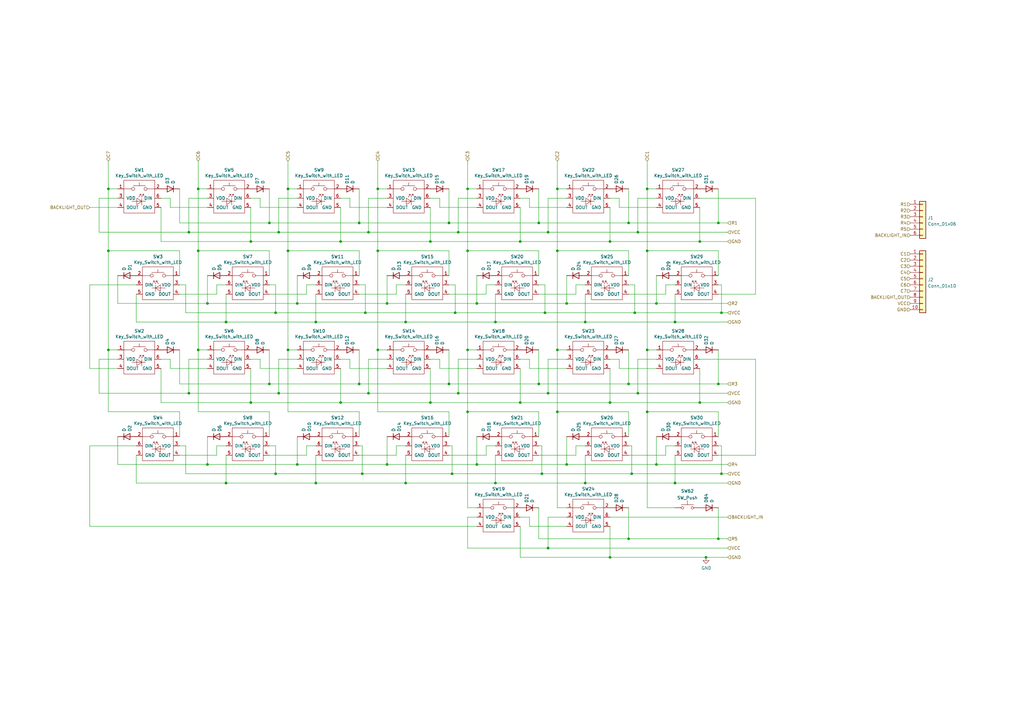
<source format=kicad_sch>
(kicad_sch (version 20211123) (generator eeschema)
  (paper "A3")
  (lib_symbols
    (symbol "Connector_Generic:Conn_01x06" (pin_names (offset 1.016) hide)
      (property "Reference" "J" (at 0 7.62 0))
      (property "Value" "Conn_01x06" (at 0 -10.16 0))
      (symbol "Conn_01x06_1_1"
        (rectangle (start -1.27 -7.493) (end 0 -7.747) (stroke (width 0.1524)))
        (rectangle (start -1.27 -4.953) (end 0 -5.207) (stroke (width 0.1524)))
        (rectangle (start -1.27 -2.413) (end 0 -2.667) (stroke (width 0.1524)))
        (rectangle (start -1.27 0.127) (end 0 -0.127) (stroke (width 0.1524)))
        (rectangle (start -1.27 2.667) (end 0 2.413) (stroke (width 0.1524)))
        (rectangle (start -1.27 5.207) (end 0 4.953) (stroke (width 0.1524)))
        (rectangle (start -1.27 6.35) (end 1.27 -8.89) (stroke (width 0.254)) (fill (type background)))
        (pin passive line (at -5.08 5.08 0) (length 3.81) (name "Pin_1") (number "1"))
        (pin passive line (at -5.08 2.54 0) (length 3.81) (name "Pin_2") (number "2"))
        (pin passive line (at -5.08 0 0) (length 3.81) (name "Pin_3") (number "3"))
        (pin passive line (at -5.08 -2.54 0) (length 3.81) (name "Pin_4") (number "4"))
        (pin passive line (at -5.08 -5.08 0) (length 3.81) (name "Pin_5") (number "5"))
        (pin passive line (at -5.08 -7.62 0) (length 3.81) (name "Pin_6") (number "6"))
      )
    )
    (symbol "Connector_Generic:Conn_01x10" (pin_names (offset 1.016) hide)
      (property "Reference" "J" (at 0 12.7 0))
      (property "Value" "Conn_01x10" (at 0 -15.24 0))
      (symbol "Conn_01x10_1_1"
        (rectangle (start -1.27 -12.573) (end 0 -12.827) (stroke (width 0.1524)))
        (rectangle (start -1.27 -10.033) (end 0 -10.287) (stroke (width 0.1524)))
        (rectangle (start -1.27 -7.493) (end 0 -7.747) (stroke (width 0.1524)))
        (rectangle (start -1.27 -4.953) (end 0 -5.207) (stroke (width 0.1524)))
        (rectangle (start -1.27 -2.413) (end 0 -2.667) (stroke (width 0.1524)))
        (rectangle (start -1.27 0.127) (end 0 -0.127) (stroke (width 0.1524)))
        (rectangle (start -1.27 2.667) (end 0 2.413) (stroke (width 0.1524)))
        (rectangle (start -1.27 5.207) (end 0 4.953) (stroke (width 0.1524)))
        (rectangle (start -1.27 7.747) (end 0 7.493) (stroke (width 0.1524)))
        (rectangle (start -1.27 10.287) (end 0 10.033) (stroke (width 0.1524)))
        (rectangle (start -1.27 11.43) (end 1.27 -13.97) (stroke (width 0.254)) (fill (type background)))
        (pin passive line (at -5.08 10.16 0) (length 3.81) (name "Pin_1") (number "1"))
        (pin passive line (at -5.08 -12.7 0) (length 3.81) (name "Pin_10") (number "10"))
        (pin passive line (at -5.08 7.62 0) (length 3.81) (name "Pin_2") (number "2"))
        (pin passive line (at -5.08 5.08 0) (length 3.81) (name "Pin_3") (number "3"))
        (pin passive line (at -5.08 2.54 0) (length 3.81) (name "Pin_4") (number "4"))
        (pin passive line (at -5.08 0 0) (length 3.81) (name "Pin_5") (number "5"))
        (pin passive line (at -5.08 -2.54 0) (length 3.81) (name "Pin_6") (number "6"))
        (pin passive line (at -5.08 -5.08 0) (length 3.81) (name "Pin_7") (number "7"))
        (pin passive line (at -5.08 -7.62 0) (length 3.81) (name "Pin_8") (number "8"))
        (pin passive line (at -5.08 -10.16 0) (length 3.81) (name "Pin_9") (number "9"))
      )
    )
    (symbol "Device:D" (pin_numbers hide) (pin_names (offset 1.016) hide)
      (property "Reference" "D" (at 0 2.54 0))
      (property "Value" "D" (at 0 -2.54 0))
      (symbol "D_0_1"
        (polyline (pts (xy -1.27 1.27) (xy -1.27 -1.27)) (stroke (width 0.254)))
        (polyline (pts (xy 1.27 0) (xy -1.27 0)))
        (polyline (pts (xy 1.27 1.27) (xy 1.27 -1.27) (xy -1.27 0) (xy 1.27 1.27)) (stroke (width 0.254)))
      )
      (symbol "D_1_1"
        (pin passive line (at -3.81 0 0) (length 2.54) (name "K") (number "1"))
        (pin passive line (at 3.81 0 180) (length 2.54) (name "A") (number "2"))
      )
    )
    (symbol "Switch:SW_Push" (pin_numbers hide) (pin_names (offset 1.016) hide)
      (property "Reference" "SW" (at 1.27 2.54 0))
      (property "Value" "SW_Push" (at 0 -1.524 0))
      (symbol "SW_Push_0_1"
        (circle (center -2.032 0) (radius 0.508))
        (polyline (pts (xy 0 1.27) (xy 0 3.048)))
        (polyline (pts (xy 2.54 1.27) (xy -2.54 1.27)))
        (circle (center 2.032 0) (radius 0.508))
        (pin passive line (at -5.08 0 0) (length 2.54) (name "1") (number "1"))
        (pin passive line (at 5.08 0 180) (length 2.54) (name "2") (number "2"))
      )
    )
    (symbol "keyboard:Key_Switch_with_LED" (pin_names (offset 1.016))
      (property "Reference" "SW" (at 0 -11.557 0))
      (property "Value" "Key_Switch_with_LED" (at 0 5.08 0))
      (symbol "Key_Switch_with_LED_0_1"
        (rectangle (start -6.35 3.556) (end 6.35 -9.906))
        (circle (center -2.54 0) (radius 0.635))
        (polyline (pts (xy -6.35 0) (xy -3.175 0)))
        (polyline (pts (xy -2.54 1.27) (xy 2.54 1.27)))
        (polyline (pts (xy -0.254 -3.429) (xy 0.635 -2.159)))
        (polyline (pts (xy 0 -2.286) (xy 0.635 -2.159)))
        (polyline (pts (xy 0 2.54) (xy 0 1.27)))
        (polyline (pts (xy 0.635 -2.159) (xy 0.762 -2.794)))
        (polyline (pts (xy 1.016 -3.937) (xy 1.016 -6.604)))
        (polyline (pts (xy 2.54 -5.08) (xy -3.048 -5.08)))
        (polyline (pts (xy 6.35 0) (xy 3.175 0)))
        (polyline (pts (xy -1.016 -3.81) (xy -1.016 -6.477) (xy 1.016 -5.08) (xy -1.016 -3.81)))
        (circle (center 2.54 0) (radius 0.635))
      )
      (symbol "Key_Switch_with_LED_1_1"
        (polyline (pts (xy 0.889 -3.429) (xy 1.778 -2.159)))
        (polyline (pts (xy 1.143 -2.286) (xy 1.778 -2.159)))
        (polyline (pts (xy 1.778 -2.159) (xy 1.905 -2.794)))
        (pin bidirectional line (at -8.89 0 0) (length 2.54) (name "~") (number "1"))
        (pin bidirectional line (at 8.89 0 180) (length 2.54) (name "~") (number "2"))
        (pin power_in line (at -8.89 -3.81 0) (length 2.54) (name "VDD") (number "3"))
        (pin output line (at -8.89 -7.62 0) (length 2.54) (name "DOUT") (number "4"))
        (pin power_in line (at 8.89 -7.62 180) (length 2.54) (name "GND") (number "5"))
        (pin input line (at 8.89 -3.81 180) (length 2.54) (name "DIN") (number "6"))
      )
    )
    (symbol "power:GND" (power) (pin_names (offset 0))
      (property "Value" "GND" (at 0 -3.81 0))
      (symbol "GND_0_1"
        (polyline (pts (xy 0 0) (xy 0 -1.27) (xy 1.27 -1.27) (xy 0 -2.54) (xy -1.27 -1.27) (xy 0 -1.27)))
      )
      (symbol "GND_1_1"
        (pin power_in line (at 0 0 270) (length 0) hide (name "GND") (number "1"))
      )
    )
  )
  (junction (at 154.94 77.47))
  (junction (at 113.03 194.31))
  (junction (at 44.45 143.51))
  (junction (at 224.79 224.79))
  (junction (at 228.6 102.87))
  (junction (at 294.64 91.44))
  (junction (at 222.25 194.31))
  (junction (at 118.11 102.87))
  (junction (at 265.43 77.47))
  (junction (at 147.32 91.44))
  (junction (at 240.03 198.12))
  (junction (at 129.54 132.08))
  (junction (at 85.09 190.5))
  (junction (at 85.09 124.46))
  (junction (at 269.24 124.46))
  (junction (at 129.54 198.12))
  (junction (at 213.36 99.06))
  (junction (at 257.81 91.44))
  (junction (at 151.13 95.25))
  (junction (at 228.6 168.91))
  (junction (at 265.43 102.87))
  (junction (at 289.56 228.6))
  (junction (at 250.19 165.1))
  (junction (at 250.19 228.6))
  (junction (at 185.42 194.31))
  (junction (at 191.77 77.47))
  (junction (at 295.91 194.31))
  (junction (at 147.32 157.48))
  (junction (at 118.11 77.47))
  (junction (at 228.6 143.51))
  (junction (at 77.47 95.25))
  (junction (at 151.13 161.29))
  (junction (at 139.7 99.06))
  (junction (at 265.43 143.51))
  (junction (at 110.49 91.44))
  (junction (at 220.98 157.48))
  (junction (at 114.3 161.29))
  (junction (at 265.43 168.91))
  (junction (at 294.64 220.98))
  (junction (at 220.98 91.44))
  (junction (at 166.37 132.08))
  (junction (at 102.87 99.06))
  (junction (at 44.45 102.87))
  (junction (at 203.2 132.08))
  (junction (at 191.77 168.91))
  (junction (at 191.77 102.87))
  (junction (at 102.87 165.1))
  (junction (at 121.92 124.46))
  (junction (at 257.81 157.48))
  (junction (at 110.49 157.48))
  (junction (at 184.15 157.48))
  (junction (at 158.75 124.46))
  (junction (at 276.86 198.12))
  (junction (at 261.62 95.25))
  (junction (at 187.96 161.29))
  (junction (at 269.24 190.5))
  (junction (at 44.45 77.47))
  (junction (at 195.58 190.5))
  (junction (at 259.08 194.31))
  (junction (at 228.6 77.47))
  (junction (at 224.79 95.25))
  (junction (at 232.41 124.46))
  (junction (at 294.64 157.48))
  (junction (at 257.81 220.98))
  (junction (at 113.03 128.27))
  (junction (at 148.59 194.31))
  (junction (at 176.53 165.1))
  (junction (at 77.47 161.29))
  (junction (at 81.28 102.87))
  (junction (at 118.11 143.51))
  (junction (at 195.58 124.46))
  (junction (at 276.86 132.08))
  (junction (at 287.02 165.1))
  (junction (at 186.69 128.27))
  (junction (at 232.41 190.5))
  (junction (at 154.94 102.87))
  (junction (at 213.36 165.1))
  (junction (at 121.92 190.5))
  (junction (at 203.2 198.12))
  (junction (at 176.53 99.06))
  (junction (at 224.79 161.29))
  (junction (at 166.37 198.12))
  (junction (at 158.75 190.5))
  (junction (at 81.28 143.51))
  (junction (at 154.94 143.51))
  (junction (at 260.35 128.27))
  (junction (at 139.7 165.1))
  (junction (at 114.3 95.25))
  (junction (at 295.91 128.27))
  (junction (at 240.03 132.08))
  (junction (at 223.52 128.27))
  (junction (at 92.71 198.12))
  (junction (at 250.19 99.06))
  (junction (at 149.86 128.27))
  (junction (at 191.77 143.51))
  (junction (at 261.62 161.29))
  (junction (at 184.15 91.44))
  (junction (at 287.02 99.06))
  (junction (at 81.28 77.47))
  (junction (at 92.71 132.08))
  (junction (at 187.96 95.25))
  (wire (pts (xy 139.7 165.1) (xy 176.53 165.1)))
  (wire (pts (xy 250.19 81.28) (xy 254 81.28)))
  (wire (pts (xy 102.87 151.13) (xy 102.87 165.1)))
  (wire (pts (xy 257.81 157.48) (xy 294.64 157.48)))
  (wire (pts (xy 228.6 102.87) (xy 257.81 102.87)))
  (wire (pts (xy 223.52 116.84) (xy 223.52 128.27)))
  (wire (pts (xy 36.83 116.84) (xy 36.83 151.13)))
  (wire (pts (xy 44.45 77.47) (xy 44.45 102.87)))
  (wire (pts (xy 269.24 113.03) (xy 269.24 124.46)))
  (wire (pts (xy 166.37 120.65) (xy 166.37 132.08)))
  (wire (pts (xy 232.41 77.47) (xy 228.6 77.47)))
  (wire (pts (xy 191.77 77.47) (xy 191.77 102.87)))
  (wire (pts (xy 236.22 186.69) (xy 236.22 182.88)))
  (wire (pts (xy 147.32 116.84) (xy 149.86 116.84)))
  (wire (pts (xy 81.28 102.87) (xy 81.28 143.51)))
  (wire (pts (xy 154.94 168.91) (xy 184.15 168.91)))
  (wire (pts (xy 309.88 120.65) (xy 309.88 81.28)))
  (wire (pts (xy 40.64 161.29) (xy 77.47 161.29)))
  (wire (pts (xy 154.94 102.87) (xy 184.15 102.87)))
  (wire (pts (xy 213.36 99.06) (xy 250.19 99.06)))
  (wire (pts (xy 220.98 143.51) (xy 220.98 157.48)))
  (wire (pts (xy 73.66 91.44) (xy 110.49 91.44)))
  (wire (pts (xy 187.96 81.28) (xy 187.96 95.25)))
  (wire (pts (xy 110.49 116.84) (xy 113.03 116.84)))
  (wire (pts (xy 203.2 186.69) (xy 203.2 198.12)))
  (wire (pts (xy 228.6 77.47) (xy 228.6 102.87)))
  (wire (pts (xy 139.7 85.09) (xy 139.7 99.06)))
  (wire (pts (xy 121.92 124.46) (xy 158.75 124.46)))
  (wire (pts (xy 158.75 124.46) (xy 195.58 124.46)))
  (wire (pts (xy 76.2 182.88) (xy 76.2 194.31)))
  (wire (pts (xy 129.54 198.12) (xy 166.37 198.12)))
  (wire (pts (xy 294.64 157.48) (xy 298.45 157.48)))
  (wire (pts (xy 151.13 161.29) (xy 187.96 161.29)))
  (wire (pts (xy 158.75 147.32) (xy 151.13 147.32)))
  (wire (pts (xy 257.81 91.44) (xy 294.64 91.44)))
  (wire (pts (xy 265.43 77.47) (xy 269.24 77.47)))
  (wire (pts (xy 220.98 179.07) (xy 220.98 168.91)))
  (wire (pts (xy 147.32 91.44) (xy 184.15 91.44)))
  (wire (pts (xy 309.88 147.32) (xy 309.88 186.69)))
  (wire (pts (xy 92.71 198.12) (xy 129.54 198.12)))
  (wire (pts (xy 257.81 102.87) (xy 257.81 113.03)))
  (wire (pts (xy 166.37 186.69) (xy 166.37 198.12)))
  (wire (pts (xy 36.83 215.9) (xy 195.58 215.9)))
  (wire (pts (xy 220.98 186.69) (xy 236.22 186.69)))
  (wire (pts (xy 44.45 66.04) (xy 44.45 77.47)))
  (wire (pts (xy 260.35 116.84) (xy 260.35 128.27)))
  (wire (pts (xy 257.81 186.69) (xy 273.05 186.69)))
  (wire (pts (xy 73.66 143.51) (xy 73.66 157.48)))
  (wire (pts (xy 73.66 116.84) (xy 76.2 116.84)))
  (wire (pts (xy 191.77 168.91) (xy 191.77 208.28)))
  (wire (pts (xy 184.15 116.84) (xy 186.69 116.84)))
  (wire (pts (xy 191.77 102.87) (xy 220.98 102.87)))
  (wire (pts (xy 240.03 132.08) (xy 276.86 132.08)))
  (wire (pts (xy 48.26 151.13) (xy 36.83 151.13)))
  (wire (pts (xy 48.26 179.07) (xy 48.26 190.5)))
  (wire (pts (xy 276.86 132.08) (xy 298.45 132.08)))
  (wire (pts (xy 77.47 95.25) (xy 114.3 95.25)))
  (wire (pts (xy 48.26 143.51) (xy 44.45 143.51)))
  (wire (pts (xy 158.75 77.47) (xy 154.94 77.47)))
  (wire (pts (xy 203.2 198.12) (xy 240.03 198.12)))
  (wire (pts (xy 213.36 215.9) (xy 213.36 228.6)))
  (wire (pts (xy 143.51 151.13) (xy 158.75 151.13)))
  (wire (pts (xy 269.24 190.5) (xy 298.45 190.5)))
  (wire (pts (xy 254 147.32) (xy 254 151.13)))
  (wire (pts (xy 224.79 224.79) (xy 298.45 224.79)))
  (wire (pts (xy 222.25 194.31) (xy 259.08 194.31)))
  (wire (pts (xy 40.64 81.28) (xy 40.64 95.25)))
  (wire (pts (xy 240.03 120.65) (xy 240.03 132.08)))
  (wire (pts (xy 191.77 212.09) (xy 191.77 224.79)))
  (wire (pts (xy 143.51 81.28) (xy 143.51 85.09)))
  (wire (pts (xy 158.75 143.51) (xy 154.94 143.51)))
  (wire (pts (xy 191.77 143.51) (xy 191.77 168.91)))
  (wire (pts (xy 118.11 143.51) (xy 118.11 168.91)))
  (wire (pts (xy 195.58 190.5) (xy 232.41 190.5)))
  (wire (pts (xy 222.25 182.88) (xy 222.25 194.31)))
  (wire (pts (xy 106.68 81.28) (xy 106.68 85.09)))
  (wire (pts (xy 148.59 182.88) (xy 148.59 194.31)))
  (wire (pts (xy 232.41 81.28) (xy 224.79 81.28)))
  (wire (pts (xy 125.73 116.84) (xy 129.54 116.84)))
  (wire (pts (xy 213.36 228.6) (xy 250.19 228.6)))
  (wire (pts (xy 113.03 116.84) (xy 113.03 128.27)))
  (wire (pts (xy 213.36 81.28) (xy 217.17 81.28)))
  (wire (pts (xy 106.68 151.13) (xy 121.92 151.13)))
  (wire (pts (xy 40.64 95.25) (xy 77.47 95.25)))
  (wire (pts (xy 148.59 194.31) (xy 185.42 194.31)))
  (wire (pts (xy 154.94 77.47) (xy 154.94 66.04)))
  (wire (pts (xy 294.64 102.87) (xy 294.64 113.03)))
  (wire (pts (xy 85.09 77.47) (xy 81.28 77.47)))
  (wire (pts (xy 254 151.13) (xy 269.24 151.13)))
  (wire (pts (xy 265.43 143.51) (xy 265.43 168.91)))
  (wire (pts (xy 114.3 95.25) (xy 151.13 95.25)))
  (wire (pts (xy 257.81 208.28) (xy 257.81 220.98)))
  (wire (pts (xy 48.26 113.03) (xy 48.26 124.46)))
  (wire (pts (xy 217.17 212.09) (xy 217.17 215.9)))
  (wire (pts (xy 121.92 179.07) (xy 121.92 190.5)))
  (wire (pts (xy 102.87 85.09) (xy 102.87 99.06)))
  (wire (pts (xy 224.79 212.09) (xy 224.79 224.79)))
  (wire (pts (xy 294.64 77.47) (xy 294.64 91.44)))
  (wire (pts (xy 48.26 85.09) (xy 36.83 85.09)))
  (wire (pts (xy 261.62 81.28) (xy 261.62 95.25)))
  (wire (pts (xy 102.87 165.1) (xy 139.7 165.1)))
  (wire (pts (xy 110.49 91.44) (xy 147.32 91.44)))
  (wire (pts (xy 213.36 165.1) (xy 250.19 165.1)))
  (wire (pts (xy 265.43 102.87) (xy 265.43 143.51)))
  (wire (pts (xy 232.41 179.07) (xy 232.41 190.5)))
  (wire (pts (xy 180.34 147.32) (xy 180.34 151.13)))
  (wire (pts (xy 295.91 116.84) (xy 295.91 128.27)))
  (wire (pts (xy 114.3 81.28) (xy 121.92 81.28)))
  (wire (pts (xy 113.03 128.27) (xy 149.86 128.27)))
  (wire (pts (xy 180.34 151.13) (xy 195.58 151.13)))
  (wire (pts (xy 36.83 116.84) (xy 55.88 116.84)))
  (wire (pts (xy 240.03 186.69) (xy 240.03 198.12)))
  (wire (pts (xy 228.6 143.51) (xy 228.6 168.91)))
  (wire (pts (xy 158.75 190.5) (xy 195.58 190.5)))
  (wire (pts (xy 191.77 77.47) (xy 195.58 77.47)))
  (wire (pts (xy 147.32 102.87) (xy 147.32 113.03)))
  (wire (pts (xy 55.88 120.65) (xy 55.88 132.08)))
  (wire (pts (xy 162.56 116.84) (xy 166.37 116.84)))
  (wire (pts (xy 40.64 81.28) (xy 48.26 81.28)))
  (wire (pts (xy 158.75 179.07) (xy 158.75 190.5)))
  (wire (pts (xy 265.43 168.91) (xy 265.43 208.28)))
  (wire (pts (xy 92.71 120.65) (xy 92.71 132.08)))
  (wire (pts (xy 106.68 85.09) (xy 121.92 85.09)))
  (wire (pts (xy 139.7 151.13) (xy 139.7 165.1)))
  (wire (pts (xy 180.34 85.09) (xy 195.58 85.09)))
  (wire (pts (xy 158.75 113.03) (xy 158.75 124.46)))
  (wire (pts (xy 139.7 81.28) (xy 143.51 81.28)))
  (wire (pts (xy 217.17 85.09) (xy 232.41 85.09)))
  (wire (pts (xy 162.56 182.88) (xy 166.37 182.88)))
  (wire (pts (xy 66.04 81.28) (xy 69.85 81.28)))
  (wire (pts (xy 185.42 194.31) (xy 222.25 194.31)))
  (wire (pts (xy 276.86 120.65) (xy 276.86 132.08)))
  (wire (pts (xy 203.2 132.08) (xy 240.03 132.08)))
  (wire (pts (xy 110.49 186.69) (xy 125.73 186.69)))
  (wire (pts (xy 273.05 182.88) (xy 276.86 182.88)))
  (wire (pts (xy 232.41 212.09) (xy 224.79 212.09)))
  (wire (pts (xy 69.85 85.09) (xy 85.09 85.09)))
  (wire (pts (xy 151.13 147.32) (xy 151.13 161.29)))
  (wire (pts (xy 224.79 95.25) (xy 261.62 95.25)))
  (wire (pts (xy 250.19 228.6) (xy 289.56 228.6)))
  (wire (pts (xy 36.83 182.88) (xy 36.83 215.9)))
  (wire (pts (xy 217.17 215.9) (xy 232.41 215.9)))
  (wire (pts (xy 217.17 151.13) (xy 232.41 151.13)))
  (wire (pts (xy 118.11 77.47) (xy 118.11 102.87)))
  (wire (pts (xy 176.53 147.32) (xy 180.34 147.32)))
  (wire (pts (xy 232.41 124.46) (xy 269.24 124.46)))
  (wire (pts (xy 195.58 212.09) (xy 191.77 212.09)))
  (wire (pts (xy 228.6 102.87) (xy 228.6 143.51)))
  (wire (pts (xy 114.3 161.29) (xy 151.13 161.29)))
  (wire (pts (xy 77.47 147.32) (xy 77.47 161.29)))
  (wire (pts (xy 265.43 208.28) (xy 276.86 208.28)))
  (wire (pts (xy 287.02 99.06) (xy 298.45 99.06)))
  (wire (pts (xy 287.02 151.13) (xy 287.02 165.1)))
  (wire (pts (xy 259.08 182.88) (xy 259.08 194.31)))
  (wire (pts (xy 232.41 147.32) (xy 224.79 147.32)))
  (wire (pts (xy 81.28 168.91) (xy 110.49 168.91)))
  (wire (pts (xy 114.3 81.28) (xy 114.3 95.25)))
  (wire (pts (xy 257.81 168.91) (xy 257.81 179.07)))
  (wire (pts (xy 294.64 208.28) (xy 294.64 220.98)))
  (wire (pts (xy 294.64 168.91) (xy 294.64 179.07)))
  (wire (pts (xy 287.02 147.32) (xy 309.88 147.32)))
  (wire (pts (xy 257.81 220.98) (xy 294.64 220.98)))
  (wire (pts (xy 69.85 151.13) (xy 85.09 151.13)))
  (wire (pts (xy 261.62 147.32) (xy 261.62 161.29)))
  (wire (pts (xy 257.81 182.88) (xy 259.08 182.88)))
  (wire (pts (xy 250.19 147.32) (xy 254 147.32)))
  (wire (pts (xy 287.02 85.09) (xy 287.02 99.06)))
  (wire (pts (xy 232.41 143.51) (xy 228.6 143.51)))
  (wire (pts (xy 55.88 132.08) (xy 92.71 132.08)))
  (wire (pts (xy 257.81 143.51) (xy 257.81 157.48)))
  (wire (pts (xy 92.71 132.08) (xy 129.54 132.08)))
  (wire (pts (xy 250.19 165.1) (xy 287.02 165.1)))
  (wire (pts (xy 88.9 182.88) (xy 92.71 182.88)))
  (wire (pts (xy 294.64 91.44) (xy 298.45 91.44)))
  (wire (pts (xy 295.91 182.88) (xy 295.91 194.31)))
  (wire (pts (xy 184.15 91.44) (xy 220.98 91.44)))
  (wire (pts (xy 143.51 147.32) (xy 143.51 151.13)))
  (wire (pts (xy 184.15 168.91) (xy 184.15 179.07)))
  (wire (pts (xy 110.49 102.87) (xy 110.49 113.03)))
  (wire (pts (xy 143.51 85.09) (xy 158.75 85.09)))
  (wire (pts (xy 129.54 186.69) (xy 129.54 198.12)))
  (wire (pts (xy 187.96 161.29) (xy 224.79 161.29)))
  (wire (pts (xy 203.2 120.65) (xy 203.2 132.08)))
  (wire (pts (xy 121.92 113.03) (xy 121.92 124.46)))
  (wire (pts (xy 88.9 120.65) (xy 88.9 116.84)))
  (wire (pts (xy 269.24 147.32) (xy 261.62 147.32)))
  (wire (pts (xy 220.98 220.98) (xy 257.81 220.98)))
  (wire (pts (xy 69.85 147.32) (xy 69.85 151.13)))
  (wire (pts (xy 228.6 168.91) (xy 228.6 208.28)))
  (wire (pts (xy 261.62 161.29) (xy 298.45 161.29)))
  (wire (pts (xy 176.53 151.13) (xy 176.53 165.1)))
  (wire (pts (xy 129.54 132.08) (xy 166.37 132.08)))
  (wire (pts (xy 73.66 168.91) (xy 44.45 168.91)))
  (wire (pts (xy 85.09 113.03) (xy 85.09 124.46)))
  (wire (pts (xy 102.87 147.32) (xy 106.68 147.32)))
  (wire (pts (xy 176.53 81.28) (xy 180.34 81.28)))
  (wire (pts (xy 220.98 102.87) (xy 220.98 113.03)))
  (wire (pts (xy 220.98 116.84) (xy 223.52 116.84)))
  (wire (pts (xy 113.03 182.88) (xy 113.03 194.31)))
  (wire (pts (xy 187.96 147.32) (xy 187.96 161.29)))
  (wire (pts (xy 88.9 186.69) (xy 88.9 182.88)))
  (wire (pts (xy 191.77 208.28) (xy 195.58 208.28)))
  (wire (pts (xy 294.64 120.65) (xy 309.88 120.65)))
  (wire (pts (xy 48.26 190.5) (xy 85.09 190.5)))
  (wire (pts (xy 223.52 128.27) (xy 260.35 128.27)))
  (wire (pts (xy 77.47 161.29) (xy 114.3 161.29)))
  (wire (pts (xy 113.03 194.31) (xy 148.59 194.31)))
  (wire (pts (xy 85.09 124.46) (xy 121.92 124.46)))
  (wire (pts (xy 184.15 157.48) (xy 220.98 157.48)))
  (wire (pts (xy 147.32 120.65) (xy 162.56 120.65)))
  (wire (pts (xy 77.47 81.28) (xy 77.47 95.25)))
  (wire (pts (xy 81.28 77.47) (xy 81.28 102.87)))
  (wire (pts (xy 199.39 182.88) (xy 203.2 182.88)))
  (wire (pts (xy 73.66 186.69) (xy 88.9 186.69)))
  (wire (pts (xy 260.35 128.27) (xy 295.91 128.27)))
  (wire (pts (xy 287.02 81.28) (xy 309.88 81.28)))
  (wire (pts (xy 81.28 102.87) (xy 110.49 102.87)))
  (wire (pts (xy 118.11 168.91) (xy 147.32 168.91)))
  (wire (pts (xy 261.62 95.25) (xy 298.45 95.25)))
  (wire (pts (xy 228.6 208.28) (xy 232.41 208.28)))
  (wire (pts (xy 176.53 165.1) (xy 213.36 165.1)))
  (wire (pts (xy 217.17 147.32) (xy 217.17 151.13)))
  (wire (pts (xy 220.98 182.88) (xy 222.25 182.88)))
  (wire (pts (xy 110.49 120.65) (xy 125.73 120.65)))
  (wire (pts (xy 250.19 99.06) (xy 287.02 99.06)))
  (wire (pts (xy 257.81 116.84) (xy 260.35 116.84)))
  (wire (pts (xy 273.05 120.65) (xy 273.05 116.84)))
  (wire (pts (xy 55.88 182.88) (xy 36.83 182.88)))
  (wire (pts (xy 254 85.09) (xy 269.24 85.09)))
  (wire (pts (xy 48.26 147.32) (xy 40.64 147.32)))
  (wire (pts (xy 186.69 116.84) (xy 186.69 128.27)))
  (wire (pts (xy 76.2 128.27) (xy 113.03 128.27)))
  (wire (pts (xy 151.13 81.28) (xy 151.13 95.25)))
  (wire (pts (xy 294.64 186.69) (xy 309.88 186.69)))
  (wire (pts (xy 265.43 66.04) (xy 265.43 77.47)))
  (wire (pts (xy 240.03 198.12) (xy 276.86 198.12)))
  (wire (pts (xy 73.66 168.91) (xy 73.66 179.07)))
  (wire (pts (xy 81.28 77.47) (xy 81.28 66.04)))
  (wire (pts (xy 44.45 143.51) (xy 44.45 168.91)))
  (wire (pts (xy 76.2 116.84) (xy 76.2 128.27)))
  (wire (pts (xy 66.04 85.09) (xy 66.04 99.06)))
  (wire (pts (xy 66.04 147.32) (xy 69.85 147.32)))
  (wire (pts (xy 110.49 168.91) (xy 110.49 179.07)))
  (wire (pts (xy 187.96 81.28) (xy 195.58 81.28)))
  (wire (pts (xy 228.6 77.47) (xy 228.6 66.04)))
  (wire (pts (xy 276.86 186.69) (xy 276.86 198.12)))
  (wire (pts (xy 195.58 113.03) (xy 195.58 124.46)))
  (wire (pts (xy 199.39 120.65) (xy 199.39 116.84)))
  (wire (pts (xy 295.91 194.31) (xy 298.45 194.31)))
  (wire (pts (xy 186.69 128.27) (xy 223.52 128.27)))
  (wire (pts (xy 73.66 120.65) (xy 88.9 120.65)))
  (wire (pts (xy 147.32 182.88) (xy 148.59 182.88)))
  (wire (pts (xy 125.73 182.88) (xy 129.54 182.88)))
  (wire (pts (xy 236.22 120.65) (xy 236.22 116.84)))
  (wire (pts (xy 184.15 102.87) (xy 184.15 113.03)))
  (wire (pts (xy 102.87 99.06) (xy 139.7 99.06)))
  (wire (pts (xy 232.41 190.5) (xy 269.24 190.5)))
  (wire (pts (xy 81.28 143.51) (xy 81.28 168.91)))
  (wire (pts (xy 44.45 102.87) (xy 73.66 102.87)))
  (wire (pts (xy 236.22 116.84) (xy 240.03 116.84)))
  (wire (pts (xy 224.79 161.29) (xy 261.62 161.29)))
  (wire (pts (xy 121.92 143.51) (xy 118.11 143.51)))
  (wire (pts (xy 139.7 147.32) (xy 143.51 147.32)))
  (wire (pts (xy 151.13 95.25) (xy 187.96 95.25)))
  (wire (pts (xy 195.58 179.07) (xy 195.58 190.5)))
  (wire (pts (xy 295.91 128.27) (xy 298.45 128.27)))
  (wire (pts (xy 220.98 91.44) (xy 257.81 91.44)))
  (wire (pts (xy 213.36 147.32) (xy 217.17 147.32)))
  (wire (pts (xy 69.85 81.28) (xy 69.85 85.09)))
  (wire (pts (xy 166.37 132.08) (xy 203.2 132.08)))
  (wire (pts (xy 294.64 116.84) (xy 295.91 116.84)))
  (wire (pts (xy 213.36 85.09) (xy 213.36 99.06)))
  (wire (pts (xy 250.19 85.09) (xy 250.19 99.06)))
  (wire (pts (xy 287.02 165.1) (xy 298.45 165.1)))
  (wire (pts (xy 102.87 81.28) (xy 106.68 81.28)))
  (wire (pts (xy 259.08 194.31) (xy 295.91 194.31)))
  (wire (pts (xy 273.05 186.69) (xy 273.05 182.88)))
  (wire (pts (xy 199.39 186.69) (xy 199.39 182.88)))
  (wire (pts (xy 85.09 190.5) (xy 121.92 190.5)))
  (wire (pts (xy 289.56 228.6) (xy 298.45 228.6)))
  (wire (pts (xy 269.24 179.07) (xy 269.24 190.5)))
  (wire (pts (xy 125.73 120.65) (xy 125.73 116.84)))
  (wire (pts (xy 294.64 143.51) (xy 294.64 157.48)))
  (wire (pts (xy 191.77 224.79) (xy 224.79 224.79)))
  (wire (pts (xy 149.86 116.84) (xy 149.86 128.27)))
  (wire (pts (xy 55.88 186.69) (xy 55.88 198.12)))
  (wire (pts (xy 236.22 182.88) (xy 240.03 182.88)))
  (wire (pts (xy 44.45 102.87) (xy 44.45 143.51)))
  (wire (pts (xy 73.66 102.87) (xy 73.66 113.03)))
  (wire (pts (xy 121.92 147.32) (xy 114.3 147.32)))
  (wire (pts (xy 191.77 66.04) (xy 191.77 77.47)))
  (wire (pts (xy 213.36 151.13) (xy 213.36 165.1)))
  (wire (pts (xy 110.49 182.88) (xy 113.03 182.88)))
  (wire (pts (xy 184.15 143.51) (xy 184.15 157.48)))
  (wire (pts (xy 166.37 198.12) (xy 203.2 198.12)))
  (wire (pts (xy 118.11 102.87) (xy 118.11 143.51)))
  (wire (pts (xy 118.11 77.47) (xy 121.92 77.47)))
  (wire (pts (xy 265.43 102.87) (xy 294.64 102.87)))
  (wire (pts (xy 110.49 143.51) (xy 110.49 157.48)))
  (wire (pts (xy 55.88 198.12) (xy 92.71 198.12)))
  (wire (pts (xy 85.09 179.07) (xy 85.09 190.5)))
  (wire (pts (xy 176.53 99.06) (xy 213.36 99.06)))
  (wire (pts (xy 195.58 143.51) (xy 191.77 143.51)))
  (wire (pts (xy 184.15 186.69) (xy 199.39 186.69)))
  (wire (pts (xy 217.17 81.28) (xy 217.17 85.09)))
  (wire (pts (xy 66.04 99.06) (xy 102.87 99.06)))
  (wire (pts (xy 73.66 77.47) (xy 73.66 91.44)))
  (wire (pts (xy 129.54 120.65) (xy 129.54 132.08)))
  (wire (pts (xy 85.09 81.28) (xy 77.47 81.28)))
  (wire (pts (xy 121.92 190.5) (xy 158.75 190.5)))
  (wire (pts (xy 73.66 182.88) (xy 76.2 182.88)))
  (wire (pts (xy 185.42 182.88) (xy 185.42 194.31)))
  (wire (pts (xy 162.56 120.65) (xy 162.56 116.84)))
  (wire (pts (xy 273.05 116.84) (xy 276.86 116.84)))
  (wire (pts (xy 73.66 157.48) (xy 110.49 157.48)))
  (wire (pts (xy 118.11 66.04) (xy 118.11 77.47)))
  (wire (pts (xy 191.77 102.87) (xy 191.77 143.51)))
  (wire (pts (xy 224.79 147.32) (xy 224.79 161.29)))
  (wire (pts (xy 139.7 99.06) (xy 176.53 99.06)))
  (wire (pts (xy 257.81 120.65) (xy 273.05 120.65)))
  (wire (pts (xy 88.9 116.84) (xy 92.71 116.84)))
  (wire (pts (xy 199.39 116.84) (xy 203.2 116.84)))
  (wire (pts (xy 228.6 168.91) (xy 257.81 168.91)))
  (wire (pts (xy 213.36 212.09) (xy 217.17 212.09)))
  (wire (pts (xy 147.32 186.69) (xy 162.56 186.69)))
  (wire (pts (xy 180.34 81.28) (xy 180.34 85.09)))
  (wire (pts (xy 269.24 124.46) (xy 298.45 124.46)))
  (wire (pts (xy 184.15 182.88) (xy 185.42 182.88)))
  (wire (pts (xy 147.32 143.51) (xy 147.32 157.48)))
  (wire (pts (xy 147.32 157.48) (xy 184.15 157.48)))
  (wire (pts (xy 191.77 168.91) (xy 220.98 168.91)))
  (wire (pts (xy 294.64 168.91) (xy 265.43 168.91)))
  (wire (pts (xy 40.64 147.32) (xy 40.64 161.29)))
  (wire (pts (xy 220.98 157.48) (xy 257.81 157.48)))
  (wire (pts (xy 257.81 77.47) (xy 257.81 91.44)))
  (wire (pts (xy 184.15 120.65) (xy 199.39 120.65)))
  (wire (pts (xy 250.19 212.09) (xy 298.45 212.09)))
  (wire (pts (xy 106.68 147.32) (xy 106.68 151.13)))
  (wire (pts (xy 220.98 120.65) (xy 236.22 120.65)))
  (wire (pts (xy 220.98 77.47) (xy 220.98 91.44)))
  (wire (pts (xy 195.58 124.46) (xy 232.41 124.46)))
  (wire (pts (xy 250.19 151.13) (xy 250.19 165.1)))
  (wire (pts (xy 154.94 77.47) (xy 154.94 102.87)))
  (wire (pts (xy 76.2 194.31) (xy 113.03 194.31)))
  (wire (pts (xy 294.64 220.98) (xy 298.45 220.98)))
  (wire (pts (xy 187.96 95.25) (xy 224.79 95.25)))
  (wire (pts (xy 158.75 81.28) (xy 151.13 81.28)))
  (wire (pts (xy 162.56 186.69) (xy 162.56 182.88)))
  (wire (pts (xy 66.04 165.1) (xy 102.87 165.1)))
  (wire (pts (xy 232.41 113.03) (xy 232.41 124.46)))
  (wire (pts (xy 224.79 81.28) (xy 224.79 95.25)))
  (wire (pts (xy 147.32 168.91) (xy 147.32 179.07)))
  (wire (pts (xy 147.32 77.47) (xy 147.32 91.44)))
  (wire (pts (xy 110.49 77.47) (xy 110.49 91.44)))
  (wire (pts (xy 92.71 186.69) (xy 92.71 198.12)))
  (wire (pts (xy 110.49 157.48) (xy 147.32 157.48)))
  (wire (pts (xy 48.26 124.46) (xy 85.09 124.46)))
  (wire (pts (xy 154.94 102.87) (xy 154.94 143.51)))
  (wire (pts (xy 195.58 147.32) (xy 187.96 147.32)))
  (wire (pts (xy 220.98 208.28) (xy 220.98 220.98)))
  (wire (pts (xy 276.86 198.12) (xy 298.45 198.12)))
  (wire (pts (xy 184.15 77.47) (xy 184.15 91.44)))
  (wire (pts (xy 149.86 128.27) (xy 186.69 128.27)))
  (wire (pts (xy 66.04 151.13) (xy 66.04 165.1)))
  (wire (pts (xy 176.53 85.09) (xy 176.53 99.06)))
  (wire (pts (xy 114.3 147.32) (xy 114.3 161.29)))
  (wire (pts (xy 85.09 143.51) (xy 81.28 143.51)))
  (wire (pts (xy 44.45 77.47) (xy 48.26 77.47)))
  (wire (pts (xy 269.24 143.51) (xy 265.43 143.51)))
  (wire (pts (xy 85.09 147.32) (xy 77.47 147.32)))
  (wire (pts (xy 265.43 77.47) (xy 265.43 102.87)))
  (wire (pts (xy 118.11 102.87) (xy 147.32 102.87)))
  (wire (pts (xy 261.62 81.28) (xy 269.24 81.28)))
  (wire (pts (xy 254 85.09) (xy 254 81.28)))
  (wire (pts (xy 294.64 182.88) (xy 295.91 182.88)))
  (wire (pts (xy 154.94 143.51) (xy 154.94 168.91)))
  (wire (pts (xy 125.73 186.69) (xy 125.73 182.88)))
  (wire (pts (xy 250.19 215.9) (xy 250.19 228.6)))
  (hierarchical_label "BACKLIGHT_OUT" (shape input) (at 373.38 121.92 180))
  (hierarchical_label "C7" (shape input) (at 44.45 66.04 90))
  (hierarchical_label "R1" (shape input) (at 373.38 83.82 180))
  (hierarchical_label "C3" (shape input) (at 373.38 109.22 180))
  (hierarchical_label "VCC" (shape input) (at 298.45 194.31 0))
  (hierarchical_label "VCC" (shape input) (at 373.38 124.46 180))
  (hierarchical_label "R4" (shape input) (at 298.45 190.5 0))
  (hierarchical_label "R4" (shape input) (at 373.38 91.44 180))
  (hierarchical_label "GND" (shape input) (at 298.45 228.6 0))
  (hierarchical_label "GND" (shape input) (at 298.45 132.08 0))
  (hierarchical_label "C6" (shape input) (at 373.38 116.84 180))
  (hierarchical_label "C4" (shape input) (at 373.38 111.76 180))
  (hierarchical_label "VCC" (shape input) (at 298.45 95.25 0))
  (hierarchical_label "GND" (shape input) (at 298.45 165.1 0))
  (hierarchical_label "R5" (shape input) (at 373.38 93.98 180))
  (hierarchical_label "GND" (shape input) (at 298.45 99.06 0))
  (hierarchical_label "VCC" (shape input) (at 298.45 224.79 0))
  (hierarchical_label "C2" (shape input) (at 373.38 106.68 180))
  (hierarchical_label "C1" (shape input) (at 265.43 66.04 90))
  (hierarchical_label "C6" (shape input) (at 81.28 66.04 90))
  (hierarchical_label "C5" (shape input) (at 373.38 114.3 180))
  (hierarchical_label "C7" (shape input) (at 373.38 119.38 180))
  (hierarchical_label "GND" (shape input) (at 298.45 198.12 0))
  (hierarchical_label "VCC" (shape input) (at 298.45 161.29 0))
  (hierarchical_label "R2" (shape input) (at 373.38 86.36 180))
  (hierarchical_label "C2" (shape input) (at 228.6 66.04 90))
  (hierarchical_label "GND" (shape input) (at 373.38 127 180))
  (hierarchical_label "C4" (shape input) (at 154.94 66.04 90))
  (hierarchical_label "R5" (shape input) (at 298.45 220.98 0))
  (hierarchical_label "R1" (shape input) (at 298.45 91.44 0))
  (hierarchical_label "R2" (shape input) (at 298.45 124.46 0))
  (hierarchical_label "C3" (shape input) (at 191.77 66.04 90))
  (hierarchical_label "C5" (shape input) (at 118.11 66.04 90))
  (hierarchical_label "BACKLIGHT_OUT" (shape input) (at 36.83 85.09 180))
  (hierarchical_label "R3" (shape input) (at 298.45 157.48 0))
  (hierarchical_label "VCC" (shape input) (at 298.45 128.27 0))
  (hierarchical_label "R3" (shape input) (at 373.38 88.9 180))
  (hierarchical_label "C1" (shape input) (at 373.38 104.14 180))
  (hierarchical_label "BACKLIGHT_IN" (shape input) (at 298.45 212.09 0))
  (hierarchical_label "BACKLIGHT_IN" (shape input) (at 373.38 96.52 180))
  (symbol (lib_id "Device:D") (at 290.83 77.47 180) (unit 1)
    (property "Reference" "D31" (at 289.6616 75.438 90) (effects (justify right)))
    (property "Value" "D" (at 291.973 75.438 90) (effects (justify right)))
    (property "Footprint" "keyboard:Diode" (effects hide))
  )
  (symbol (lib_id "Device:D") (at 273.05 113.03 0) (mirror x) (unit 1)
    (property "Reference" "D29" (at 274.2184 110.998 90) (effects (justify right)))
    (property "Value" "D" (at 271.907 110.998 90) (effects (justify right)))
    (property "Footprint" "keyboard:Diode" (effects hide))
  )
  (symbol (lib_id "keyboard:Key_Switch_with_LED") (at 285.75 113.03 0) (mirror y) (unit 1)
    (property "Reference" "SW29" (at 285.75 105.283 0))
    (property "Value" "Key_Switch_with_LED" (at 285.75 107.5944 0))
    (property "Footprint" "keyboard:MX_Socket_LED" (effects hide))
  )
  (symbol (lib_id "Device:D") (at 236.22 179.07 0) (mirror x) (unit 1)
    (property "Reference" "D25" (at 237.3884 177.038 90) (effects (justify right)))
    (property "Value" "D" (at 235.077 177.038 90) (effects (justify right)))
    (property "Footprint" "keyboard:Diode" (effects hide))
  )
  (symbol (lib_id "keyboard:Key_Switch_with_LED") (at 248.92 179.07 0) (mirror y) (unit 1)
    (property "Reference" "SW26" (at 248.92 171.323 0))
    (property "Value" "Key_Switch_with_LED" (at 248.92 173.6344 0))
    (property "Footprint" "keyboard:MX_Socket_LED" (effects hide))
  )
  (symbol (lib_id "Device:D") (at 254 208.28 180) (unit 1)
    (property "Reference" "D28" (at 252.8316 206.248 90) (effects (justify right)))
    (property "Value" "D" (at 255.143 206.248 90) (effects (justify right)))
    (property "Footprint" "keyboard:Diode" (effects hide))
  )
  (symbol (lib_id "keyboard:Key_Switch_with_LED") (at 241.3 208.28 0) (unit 1)
    (property "Reference" "SW24" (at 241.3 200.533 0))
    (property "Value" "Key_Switch_with_LED" (at 241.3 202.8444 0))
    (property "Footprint" "keyboard:MX_Socket_LED" (effects hide))
  )
  (symbol (lib_id "Device:D") (at 254 143.51 180) (unit 1)
    (property "Reference" "D27" (at 252.8316 141.478 90) (effects (justify right)))
    (property "Value" "D" (at 255.143 141.478 90) (effects (justify right)))
    (property "Footprint" "keyboard:Diode" (effects hide))
  )
  (symbol (lib_id "keyboard:Key_Switch_with_LED") (at 241.3 143.51 0) (unit 1)
    (property "Reference" "SW23" (at 241.3 135.763 0))
    (property "Value" "Key_Switch_with_LED" (at 241.3 138.0744 0))
    (property "Footprint" "keyboard:MX_Socket_LED" (effects hide))
  )
  (symbol (lib_id "Device:D") (at 254 77.47 180) (unit 1)
    (property "Reference" "D26" (at 252.8316 75.438 90) (effects (justify right)))
    (property "Value" "D" (at 255.143 75.438 90) (effects (justify right)))
    (property "Footprint" "keyboard:Diode" (effects hide))
  )
  (symbol (lib_id "keyboard:Key_Switch_with_LED") (at 241.3 77.47 0) (unit 1)
    (property "Reference" "SW22" (at 241.3 69.723 0))
    (property "Value" "Key_Switch_with_LED" (at 241.3 72.0344 0))
    (property "Footprint" "keyboard:MX_Socket_LED" (effects hide))
  )
  (symbol (lib_id "Device:D") (at 236.22 113.03 0) (mirror x) (unit 1)
    (property "Reference" "D24" (at 237.3884 110.998 90) (effects (justify right)))
    (property "Value" "D" (at 235.077 110.998 90) (effects (justify right)))
    (property "Footprint" "keyboard:Diode" (effects hide))
  )
  (symbol (lib_id "keyboard:Key_Switch_with_LED") (at 248.92 113.03 0) (mirror y) (unit 1)
    (property "Reference" "SW25" (at 248.92 105.283 0))
    (property "Value" "Key_Switch_with_LED" (at 248.92 107.5944 0))
    (property "Footprint" "keyboard:MX_Socket_LED" (effects hide))
  )
  (symbol (lib_id "Device:D") (at 290.83 143.51 180) (unit 1)
    (property "Reference" "D32" (at 289.6616 141.478 90) (effects (justify right)))
    (property "Value" "D" (at 291.973 141.478 90) (effects (justify right)))
    (property "Footprint" "keyboard:Diode" (effects hide))
  )
  (symbol (lib_id "keyboard:Key_Switch_with_LED") (at 278.13 143.51 0) (unit 1)
    (property "Reference" "SW28" (at 278.13 135.763 0))
    (property "Value" "Key_Switch_with_LED" (at 278.13 138.0744 0))
    (property "Footprint" "keyboard:MX_Socket_LED" (effects hide))
  )
  (symbol (lib_id "Device:D") (at 273.05 179.07 0) (mirror x) (unit 1)
    (property "Reference" "D30" (at 274.2184 177.038 90) (effects (justify right)))
    (property "Value" "D" (at 271.907 177.038 90) (effects (justify right)))
    (property "Footprint" "keyboard:Diode" (effects hide))
  )
  (symbol (lib_id "keyboard:Key_Switch_with_LED") (at 285.75 179.07 0) (mirror y) (unit 1)
    (property "Reference" "SW30" (at 285.75 171.323 0))
    (property "Value" "Key_Switch_with_LED" (at 285.75 173.6344 0))
    (property "Footprint" "keyboard:MX_Socket_LED" (effects hide))
  )
  (symbol (lib_id "Device:D") (at 217.17 77.47 180) (unit 1)
    (property "Reference" "D19" (at 216.0016 75.438 90) (effects (justify right)))
    (property "Value" "D" (at 218.313 75.438 90) (effects (justify right)))
    (property "Footprint" "keyboard:Diode" (effects hide))
  )
  (symbol (lib_id "keyboard:Key_Switch_with_LED") (at 204.47 77.47 0) (unit 1)
    (property "Reference" "SW17" (at 204.47 69.723 0))
    (property "Value" "Key_Switch_with_LED" (at 204.47 72.0344 0))
    (property "Footprint" "keyboard:MX_Socket_LED" (effects hide))
  )
  (symbol (lib_id "Device:D") (at 199.39 113.03 0) (mirror x) (unit 1)
    (property "Reference" "D17" (at 200.5584 110.998 90) (effects (justify right)))
    (property "Value" "D" (at 198.247 110.998 90) (effects (justify right)))
    (property "Footprint" "keyboard:Diode" (effects hide))
  )
  (symbol (lib_id "keyboard:Key_Switch_with_LED") (at 212.09 113.03 0) (mirror y) (unit 1)
    (property "Reference" "SW20" (at 212.09 105.283 0))
    (property "Value" "Key_Switch_with_LED" (at 212.09 107.5944 0))
    (property "Footprint" "keyboard:MX_Socket_LED" (effects hide))
  )
  (symbol (lib_id "Device:D") (at 162.56 179.07 0) (mirror x) (unit 1)
    (property "Reference" "D14" (at 163.7284 177.038 90) (effects (justify right)))
    (property "Value" "D" (at 161.417 177.038 90) (effects (justify right)))
    (property "Footprint" "keyboard:Diode" (effects hide))
  )
  (symbol (lib_id "keyboard:Key_Switch_with_LED") (at 175.26 179.07 0) (mirror y) (unit 1)
    (property "Reference" "SW16" (at 175.26 171.323 0))
    (property "Value" "Key_Switch_with_LED" (at 175.26 173.6344 0))
    (property "Footprint" "keyboard:MX_Socket_LED" (effects hide))
  )
  (symbol (lib_id "Device:D") (at 180.34 143.51 180) (unit 1)
    (property "Reference" "D16" (at 179.1716 141.478 90) (effects (justify right)))
    (property "Value" "D" (at 181.483 141.478 90) (effects (justify right)))
    (property "Footprint" "keyboard:Diode" (effects hide))
  )
  (symbol (lib_id "keyboard:Key_Switch_with_LED") (at 167.64 143.51 0) (unit 1)
    (property "Reference" "SW14" (at 167.64 135.763 0))
    (property "Value" "Key_Switch_with_LED" (at 167.64 138.0744 0))
    (property "Footprint" "keyboard:MX_Socket_LED" (effects hide))
  )
  (symbol (lib_id "Device:D") (at 180.34 77.47 180) (unit 1)
    (property "Reference" "D15" (at 179.1716 75.438 90) (effects (justify right)))
    (property "Value" "D" (at 181.483 75.438 90) (effects (justify right)))
    (property "Footprint" "keyboard:Diode" (effects hide))
  )
  (symbol (lib_id "keyboard:Key_Switch_with_LED") (at 167.64 77.47 0) (unit 1)
    (property "Reference" "SW13" (at 167.64 69.723 0))
    (property "Value" "Key_Switch_with_LED" (at 167.64 72.0344 0))
    (property "Footprint" "keyboard:MX_Socket_LED" (effects hide))
  )
  (symbol (lib_id "Device:D") (at 162.56 113.03 0) (mirror x) (unit 1)
    (property "Reference" "D13" (at 163.7284 110.998 90) (effects (justify right)))
    (property "Value" "D" (at 161.417 110.998 90) (effects (justify right)))
    (property "Footprint" "keyboard:Diode" (effects hide))
  )
  (symbol (lib_id "keyboard:Key_Switch_with_LED") (at 175.26 113.03 0) (mirror y) (unit 1)
    (property "Reference" "SW15" (at 175.26 105.283 0))
    (property "Value" "Key_Switch_with_LED" (at 175.26 107.5944 0))
    (property "Footprint" "keyboard:MX_Socket_LED" (effects hide))
  )
  (symbol (lib_id "Device:D") (at 217.17 143.51 180) (unit 1)
    (property "Reference" "D20" (at 216.0016 141.478 90) (effects (justify right)))
    (property "Value" "D" (at 218.313 141.478 90) (effects (justify right)))
    (property "Footprint" "keyboard:Diode" (effects hide))
  )
  (symbol (lib_id "keyboard:Key_Switch_with_LED") (at 204.47 143.51 0) (unit 1)
    (property "Reference" "SW18" (at 204.47 135.763 0))
    (property "Value" "Key_Switch_with_LED" (at 204.47 138.0744 0))
    (property "Footprint" "keyboard:MX_Socket_LED" (effects hide))
  )
  (symbol (lib_id "Device:D") (at 199.39 179.07 0) (mirror x) (unit 1)
    (property "Reference" "D18" (at 200.5584 177.038 90) (effects (justify right)))
    (property "Value" "D" (at 198.247 177.038 90) (effects (justify right)))
    (property "Footprint" "keyboard:Diode" (effects hide))
  )
  (symbol (lib_id "keyboard:Key_Switch_with_LED") (at 212.09 179.07 0) (mirror y) (unit 1)
    (property "Reference" "SW21" (at 212.09 171.323 0))
    (property "Value" "Key_Switch_with_LED" (at 212.09 173.6344 0))
    (property "Footprint" "keyboard:MX_Socket_LED" (effects hide))
  )
  (symbol (lib_id "Device:D") (at 217.17 208.28 180) (unit 1)
    (property "Reference" "D21" (at 216.0016 206.248 90) (effects (justify right)))
    (property "Value" "D" (at 218.313 206.248 90) (effects (justify right)))
    (property "Footprint" "keyboard:Diode" (effects hide))
  )
  (symbol (lib_id "keyboard:Key_Switch_with_LED") (at 204.47 208.28 0) (unit 1)
    (property "Reference" "SW19" (at 204.47 200.533 0))
    (property "Value" "Key_Switch_with_LED" (at 204.47 202.8444 0))
    (property "Footprint" "keyboard:MX_Socket_LED" (effects hide))
  )
  (symbol (lib_id "Device:D") (at 143.51 77.47 180) (unit 1)
    (property "Reference" "D11" (at 142.3416 75.438 90) (effects (justify right)))
    (property "Value" "D" (at 144.653 75.438 90) (effects (justify right)))
    (property "Footprint" "keyboard:Diode" (effects hide))
  )
  (symbol (lib_id "keyboard:Key_Switch_with_LED") (at 130.81 77.47 0) (unit 1)
    (property "Reference" "SW9" (at 130.81 69.723 0))
    (property "Value" "Key_Switch_with_LED" (at 130.81 72.0344 0))
    (property "Footprint" "keyboard:MX_Socket_LED" (effects hide))
  )
  (symbol (lib_id "Device:D") (at 125.73 113.03 0) (mirror x) (unit 1)
    (property "Reference" "D9" (at 126.8984 110.998 90) (effects (justify right)))
    (property "Value" "D" (at 124.587 110.998 90) (effects (justify right)))
    (property "Footprint" "keyboard:Diode" (effects hide))
  )
  (symbol (lib_id "keyboard:Key_Switch_with_LED") (at 138.43 113.03 0) (mirror y) (unit 1)
    (property "Reference" "SW11" (at 138.43 105.283 0))
    (property "Value" "Key_Switch_with_LED" (at 138.43 107.5944 0))
    (property "Footprint" "keyboard:MX_Socket_LED" (effects hide))
  )
  (symbol (lib_id "Device:D") (at 88.9 179.07 0) (mirror x) (unit 1)
    (property "Reference" "D6" (at 90.0684 177.038 90) (effects (justify right)))
    (property "Value" "D" (at 87.757 177.038 90) (effects (justify right)))
    (property "Footprint" "keyboard:Diode" (effects hide))
  )
  (symbol (lib_id "keyboard:Key_Switch_with_LED") (at 101.6 179.07 0) (mirror y) (unit 1)
    (property "Reference" "SW8" (at 101.6 171.323 0))
    (property "Value" "Key_Switch_with_LED" (at 101.6 173.6344 0))
    (property "Footprint" "keyboard:MX_Socket_LED" (effects hide))
  )
  (symbol (lib_id "Device:D") (at 106.68 143.51 180) (unit 1)
    (property "Reference" "D8" (at 105.5116 141.478 90) (effects (justify right)))
    (property "Value" "D" (at 107.823 141.478 90) (effects (justify right)))
    (property "Footprint" "keyboard:Diode" (effects hide))
  )
  (symbol (lib_id "keyboard:Key_Switch_with_LED") (at 93.98 143.51 0) (unit 1)
    (property "Reference" "SW6" (at 93.98 135.763 0))
    (property "Value" "Key_Switch_with_LED" (at 93.98 138.0744 0))
    (property "Footprint" "keyboard:MX_Socket_LED" (effects hide))
  )
  (symbol (lib_id "Device:D") (at 106.68 77.47 180) (unit 1)
    (property "Reference" "D7" (at 105.5116 75.438 90) (effects (justify right)))
    (property "Value" "D" (at 107.823 75.438 90) (effects (justify right)))
    (property "Footprint" "keyboard:Diode" (effects hide))
  )
  (symbol (lib_id "keyboard:Key_Switch_with_LED") (at 93.98 77.47 0) (unit 1)
    (property "Reference" "SW5" (at 93.98 69.723 0))
    (property "Value" "Key_Switch_with_LED" (at 93.98 72.0344 0))
    (property "Footprint" "keyboard:MX_Socket_LED" (effects hide))
  )
  (symbol (lib_id "Device:D") (at 88.9 113.03 0) (mirror x) (unit 1)
    (property "Reference" "D5" (at 90.0684 110.998 90) (effects (justify right)))
    (property "Value" "D" (at 87.757 110.998 90) (effects (justify right)))
    (property "Footprint" "keyboard:Diode" (effects hide))
  )
  (symbol (lib_id "keyboard:Key_Switch_with_LED") (at 101.6 113.03 0) (mirror y) (unit 1)
    (property "Reference" "SW7" (at 101.6 105.283 0))
    (property "Value" "Key_Switch_with_LED" (at 101.6 107.5944 0))
    (property "Footprint" "keyboard:MX_Socket_LED" (effects hide))
  )
  (symbol (lib_id "Device:D") (at 143.51 143.51 180) (unit 1)
    (property "Reference" "D12" (at 142.3416 141.478 90) (effects (justify right)))
    (property "Value" "D" (at 144.653 141.478 90) (effects (justify right)))
    (property "Footprint" "keyboard:Diode" (effects hide))
  )
  (symbol (lib_id "keyboard:Key_Switch_with_LED") (at 130.81 143.51 0) (unit 1)
    (property "Reference" "SW10" (at 130.81 135.763 0))
    (property "Value" "Key_Switch_with_LED" (at 130.81 138.0744 0))
    (property "Footprint" "keyboard:MX_Socket_LED" (effects hide))
  )
  (symbol (lib_id "Device:D") (at 125.73 179.07 0) (mirror x) (unit 1)
    (property "Reference" "D10" (at 126.8984 177.038 90) (effects (justify right)))
    (property "Value" "D" (at 124.587 177.038 90) (effects (justify right)))
    (property "Footprint" "keyboard:Diode" (effects hide))
  )
  (symbol (lib_id "keyboard:Key_Switch_with_LED") (at 138.43 179.07 0) (mirror y) (unit 1)
    (property "Reference" "SW12" (at 138.43 171.323 0))
    (property "Value" "Key_Switch_with_LED" (at 138.43 173.6344 0))
    (property "Footprint" "keyboard:MX_Socket_LED" (effects hide))
  )
  (symbol (lib_id "Device:D") (at 69.85 77.47 180) (unit 1)
    (property "Reference" "D3" (at 68.6816 75.438 90) (effects (justify right)))
    (property "Value" "D" (at 70.993 75.438 90) (effects (justify right)))
    (property "Footprint" "keyboard:Diode" (effects hide))
  )
  (symbol (lib_id "keyboard:Key_Switch_with_LED") (at 57.15 77.47 0) (unit 1)
    (property "Reference" "SW1" (at 57.15 69.723 0))
    (property "Value" "Key_Switch_with_LED" (at 57.15 72.0344 0))
    (property "Footprint" "keyboard:MX_Socket_LED" (effects hide))
  )
  (symbol (lib_id "Device:D") (at 52.07 113.03 0) (mirror x) (unit 1)
    (property "Reference" "D1" (at 53.2384 110.998 90) (effects (justify right)))
    (property "Value" "D" (at 50.927 110.998 90) (effects (justify right)))
    (property "Footprint" "keyboard:Diode" (effects hide))
  )
  (symbol (lib_id "keyboard:Key_Switch_with_LED") (at 64.77 113.03 0) (mirror y) (unit 1)
    (property "Reference" "SW3" (at 64.77 105.283 0))
    (property "Value" "Key_Switch_with_LED" (at 64.77 107.5944 0))
    (property "Footprint" "keyboard:MX_Socket_LED" (effects hide))
  )
  (symbol (lib_id "Device:D") (at 69.85 143.51 180) (unit 1)
    (property "Reference" "D4" (at 68.6816 141.478 90) (effects (justify right)))
    (property "Value" "D" (at 70.993 141.478 90) (effects (justify right)))
    (property "Footprint" "keyboard:Diode" (effects hide))
  )
  (symbol (lib_id "keyboard:Key_Switch_with_LED") (at 57.15 143.51 0) (unit 1)
    (property "Reference" "SW2" (at 57.15 135.763 0))
    (property "Value" "Key_Switch_with_LED" (at 57.15 138.0744 0))
    (property "Footprint" "keyboard:MX_Socket_LED" (effects hide))
  )
  (symbol (lib_id "Device:D") (at 52.07 179.07 0) (mirror x) (unit 1)
    (property "Reference" "D2" (at 53.2384 177.038 90) (effects (justify right)))
    (property "Value" "D" (at 50.927 177.038 90) (effects (justify right)))
    (property "Footprint" "keyboard:Diode" (effects hide))
  )
  (symbol (lib_id "keyboard:Key_Switch_with_LED") (at 278.13 77.47 0) (unit 1)
    (property "Reference" "SW27" (at 278.13 69.723 0))
    (property "Value" "Key_Switch_with_LED" (at 278.13 72.0344 0))
    (property "Footprint" "keyboard:MX_Socket_LED" (effects hide))
  )
  (symbol (lib_id "keyboard:Key_Switch_with_LED") (at 64.77 179.07 0) (mirror y) (unit 1)
    (property "Reference" "SW4" (at 64.77 171.323 0))
    (property "Value" "Key_Switch_with_LED" (at 64.77 173.6344 0))
    (property "Footprint" "keyboard:MX_Socket_LED" (effects hide))
  )
  (symbol (lib_id "power:GND") (at 289.56 228.6 0) (unit 1)
    (property "Reference" "#PWR0101" (effects hide))
    (property "Value" "GND" (at 289.687 232.9942 0))
  )
  (symbol (lib_id "Connector_Generic:Conn_01x10") (at 378.46 114.3 0) (unit 1)
    (property "Reference" "J2" (at 380.492 114.7353 0) (effects (justify left)))
    (property "Value" "Conn_01x10" (at 380.492 117.2722 0) (effects (justify left)))
    (property "Footprint" "Connector_JST:JST_PH_B10B-PH-K_1x10_P2.00mm_Vertical" (effects hide))
  )
  (symbol (lib_id "Device:D") (at 290.83 208.28 180) (unit 1)
    (property "Reference" "D84" (at 289.6616 206.248 90) (effects (justify right)))
    (property "Value" "D" (at 291.973 206.248 90) (effects (justify right)))
    (property "Footprint" "keyboard:Diode" (effects hide))
  )
  (symbol (lib_id "Connector_Generic:Conn_01x06") (at 378.46 88.9 0) (unit 1)
    (property "Reference" "J1" (at 380.492 89.3353 0) (effects (justify left)))
    (property "Value" "Conn_01x06" (at 380.492 91.8722 0) (effects (justify left)))
    (property "Footprint" "Connector_JST:JST_PH_B6B-PH-K_1x06_P2.00mm_Vertical" (effects hide))
  )
  (symbol (lib_id "Switch:SW_Push") (at 281.94 208.28 0) (unit 1)
    (property "Reference" "SW62" (at 281.94 201.3925 0))
    (property "Value" "SW_Push" (at 281.94 204.1676 0))
    (property "Footprint" "Button_Switch_THT:SW_Tactile_SPST_Angled_PTS645Vx83-2LFS" (effects hide))
  )
)
</source>
